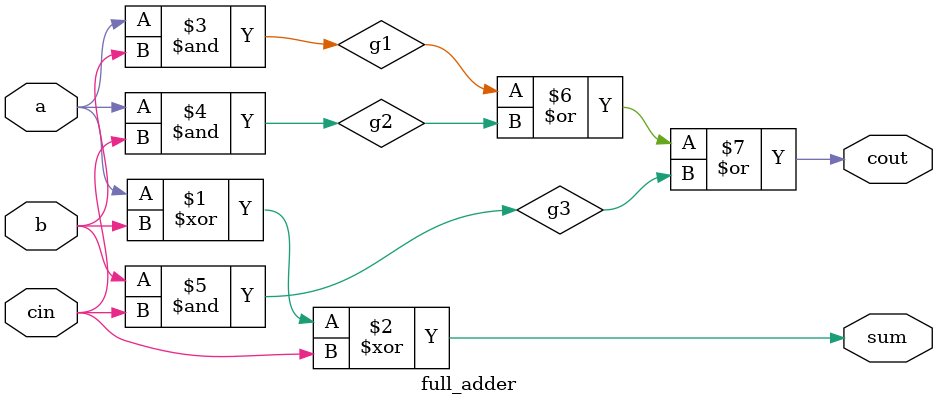
<source format=v>
module full_adder(a, b, cin, sum, cout);
    input a, b, cin;
    output sum, cout;

    xor (sum, a, b, cin);
    and (g1, a, b);
    and (g2, a, cin);
    and (g3, b, cin);
    or (cout, g1, g2, g3);
endmodule
</source>
